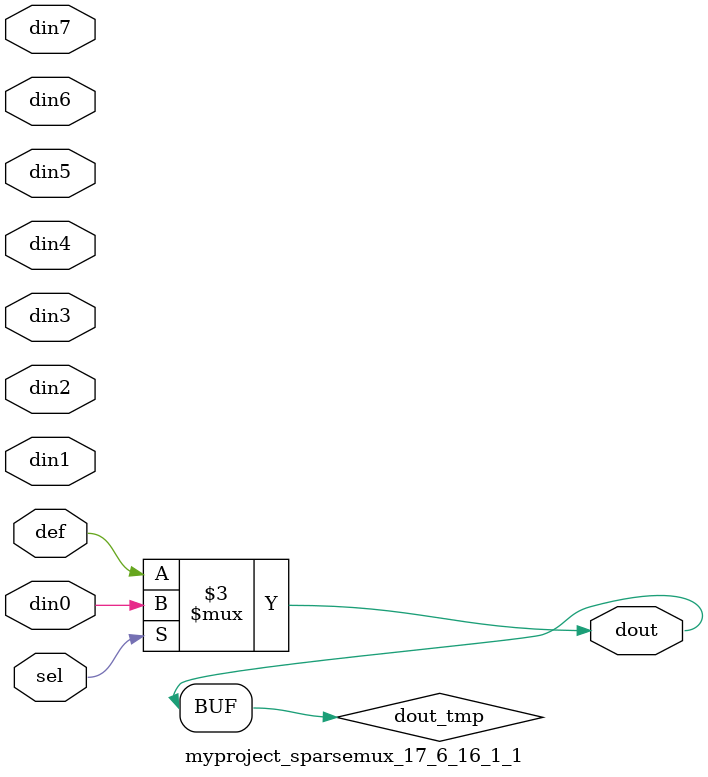
<source format=v>
`timescale 1ns / 1ps

module myproject_sparsemux_17_6_16_1_1 (din0,din1,din2,din3,din4,din5,din6,din7,def,sel,dout);

parameter din0_WIDTH = 1;

parameter din1_WIDTH = 1;

parameter din2_WIDTH = 1;

parameter din3_WIDTH = 1;

parameter din4_WIDTH = 1;

parameter din5_WIDTH = 1;

parameter din6_WIDTH = 1;

parameter din7_WIDTH = 1;

parameter def_WIDTH = 1;
parameter sel_WIDTH = 1;
parameter dout_WIDTH = 1;

parameter [sel_WIDTH-1:0] CASE0 = 1;

parameter [sel_WIDTH-1:0] CASE1 = 1;

parameter [sel_WIDTH-1:0] CASE2 = 1;

parameter [sel_WIDTH-1:0] CASE3 = 1;

parameter [sel_WIDTH-1:0] CASE4 = 1;

parameter [sel_WIDTH-1:0] CASE5 = 1;

parameter [sel_WIDTH-1:0] CASE6 = 1;

parameter [sel_WIDTH-1:0] CASE7 = 1;

parameter ID = 1;
parameter NUM_STAGE = 1;



input [din0_WIDTH-1:0] din0;

input [din1_WIDTH-1:0] din1;

input [din2_WIDTH-1:0] din2;

input [din3_WIDTH-1:0] din3;

input [din4_WIDTH-1:0] din4;

input [din5_WIDTH-1:0] din5;

input [din6_WIDTH-1:0] din6;

input [din7_WIDTH-1:0] din7;

input [def_WIDTH-1:0] def;
input [sel_WIDTH-1:0] sel;

output [dout_WIDTH-1:0] dout;



reg [dout_WIDTH-1:0] dout_tmp;

always @ (*) begin
case (sel)
    
    CASE0 : dout_tmp = din0;
    
    CASE1 : dout_tmp = din1;
    
    CASE2 : dout_tmp = din2;
    
    CASE3 : dout_tmp = din3;
    
    CASE4 : dout_tmp = din4;
    
    CASE5 : dout_tmp = din5;
    
    CASE6 : dout_tmp = din6;
    
    CASE7 : dout_tmp = din7;
    
    default : dout_tmp = def;
endcase
end


assign dout = dout_tmp;



endmodule

</source>
